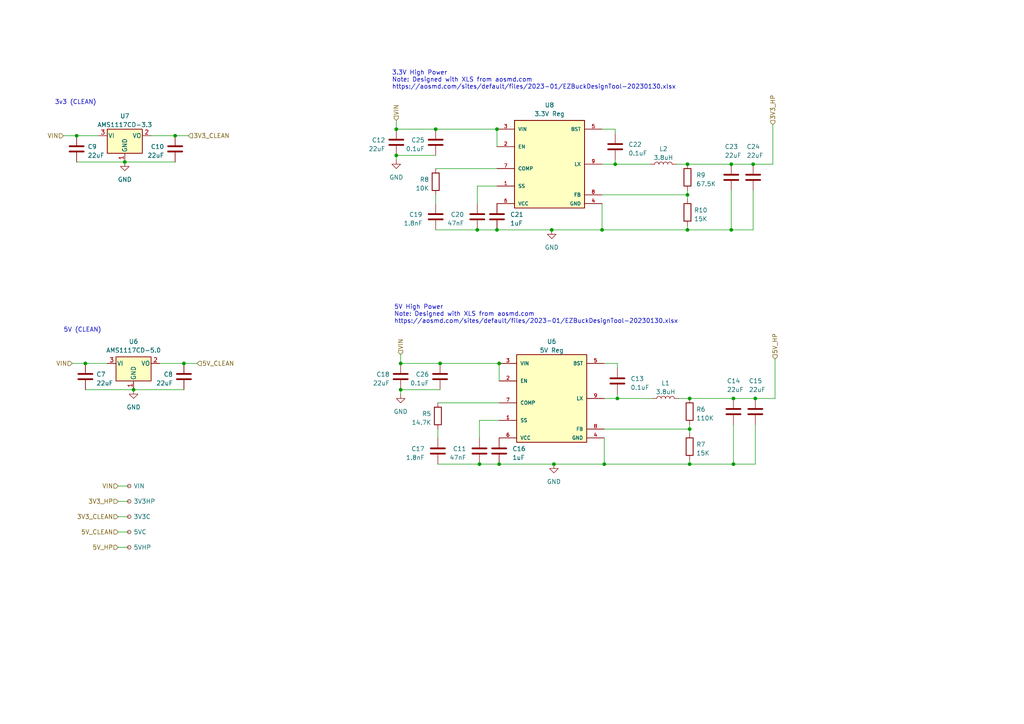
<source format=kicad_sch>
(kicad_sch (version 20230121) (generator eeschema)
  (paper "A4")
  (lib_symbols
    (symbol "AOZ6605PI-1:AOZ6605PI-1" (pin_names (offset 1.016))
      (property "Reference" "U8" (at 0 17.145 0))
      (property "Value" "AOZ6605PI-1" (at 0 14.605 0))
      (symbol "AOZ6605PI-1_0_0"
        (rectangle (start -10.16 12.7) (end 10.16 -12.7) (stroke (width 0.254)) (fill (type background)))
        (pin input line (at -15.24 -6.35 0) (length 5.08) (name "SS") (number "1"))
        (pin input line (at -15.24 5.08 0) (length 5.08) (name "EN") (number "2"))
        (pin input line (at -15.24 10.16 0) (length 5.08) (name "VIN") (number "3"))
        (pin power_in line (at 15.24 -11.43 180) (length 5.08) (name "GND") (number "4"))
        (pin passive line (at 15.24 10.16 180) (length 5.08) (name "BST") (number "5"))
        (pin output line (at -15.24 -11.43 0) (length 5.08) (name "VCC") (number "6"))
        (pin output line (at -15.24 -1.27 0) (length 5.08) (name "COMP") (number "7"))
        (pin input line (at 15.24 -8.89 180) (length 5.08) (name "FB") (number "8"))
        (pin passive line (at 15.24 0 180) (length 5.08) (name "LX") (number "9"))
      )
    )
    (symbol "Connector:TestPoint_Small" (pin_numbers hide) (pin_names (offset 0.762) hide)
      (property "Reference" "TP" (at 0 3.81 0))
      (property "Value" "TestPoint_Small" (at 0 2.032 0))
      (symbol "TestPoint_Small_0_1"
        (circle (center 0 0) (radius 0.508))
      )
      (symbol "TestPoint_Small_1_1"
        (pin passive line (at 0 0 90) (length 0) (name "1") (number "1"))
      )
    )
    (symbol "Device:C" (pin_numbers hide) (pin_names (offset 0.254))
      (property "Reference" "C" (at 0.635 2.54 0))
      (property "Value" "C" (at 0.635 -2.54 0))
      (symbol "C_0_1"
        (polyline (pts (xy -2.032 -0.762) (xy 2.032 -0.762)) (stroke (width 0.508)))
        (polyline (pts (xy -2.032 0.762) (xy 2.032 0.762)) (stroke (width 0.508)))
      )
      (symbol "C_1_1"
        (pin passive line (at 0 3.81 270) (length 2.794) (name "~") (number "1"))
        (pin passive line (at 0 -3.81 90) (length 2.794) (name "~") (number "2"))
      )
    )
    (symbol "Device:L" (pin_numbers hide) (pin_names (offset 1.016) hide)
      (property "Reference" "L" (at -1.27 0 90))
      (property "Value" "L" (at 1.905 0 90))
      (symbol "L_0_1"
        (arc (start 0 -2.54) (mid 0.6323 -1.905) (end 0 -1.27))
        (arc (start 0 -1.27) (mid 0.6323 -0.635) (end 0 0))
        (arc (start 0 0) (mid 0.6323 0.635) (end 0 1.27))
        (arc (start 0 1.27) (mid 0.6323 1.905) (end 0 2.54))
      )
      (symbol "L_1_1"
        (pin passive line (at 0 3.81 270) (length 1.27) (name "1") (number "1"))
        (pin passive line (at 0 -3.81 90) (length 1.27) (name "2") (number "2"))
      )
    )
    (symbol "Device:R" (pin_numbers hide) (pin_names (offset 0))
      (property "Reference" "R" (at 2.032 0 90))
      (property "Value" "R" (at 0 0 90))
      (symbol "R_0_1"
        (rectangle (start -1.016 -2.54) (end 1.016 2.54) (stroke (width 0.254)))
      )
      (symbol "R_1_1"
        (pin passive line (at 0 3.81 270) (length 1.27) (name "~") (number "1"))
        (pin passive line (at 0 -3.81 90) (length 1.27) (name "~") (number "2"))
      )
    )
    (symbol "Regulator_Linear:AMS1117CD-3.3" (pin_names (offset 0.254))
      (property "Reference" "U" (at -3.81 3.175 0))
      (property "Value" "AMS1117CD-3.3" (at 0 3.175 0))
      (symbol "AMS1117CD-3.3_0_1"
        (rectangle (start -5.08 -5.08) (end 5.08 1.905) (stroke (width 0.254)) (fill (type background)))
      )
      (symbol "AMS1117CD-3.3_1_1"
        (pin power_in line (at 0 -7.62 90) (length 2.54) (name "GND") (number "1"))
        (pin power_out line (at 7.62 0 180) (length 2.54) (name "VO") (number "2"))
        (pin power_in line (at -7.62 0 0) (length 2.54) (name "VI") (number "3"))
      )
    )
    (symbol "Regulator_Linear:AMS1117CD-5.0" (pin_names (offset 0.254))
      (property "Reference" "U" (at -3.81 3.175 0))
      (property "Value" "AMS1117CD-5.0" (at 0 3.175 0))
      (symbol "AMS1117CD-5.0_0_1"
        (rectangle (start -5.08 -5.08) (end 5.08 1.905) (stroke (width 0.254)) (fill (type background)))
      )
      (symbol "AMS1117CD-5.0_1_1"
        (pin power_in line (at 0 -7.62 90) (length 2.54) (name "GND") (number "1"))
        (pin power_out line (at 7.62 0 180) (length 2.54) (name "VO") (number "2"))
        (pin power_in line (at -7.62 0 0) (length 2.54) (name "VI") (number "3"))
      )
    )
    (symbol "power:GND" (power) (pin_names (offset 0))
      (property "Value" "GND" (at 0 -3.81 0))
      (symbol "GND_0_1"
        (polyline (pts (xy 0 0) (xy 0 -1.27) (xy 1.27 -1.27) (xy 0 -2.54) (xy -1.27 -1.27) (xy 0 -1.27)))
      )
      (symbol "GND_1_1"
        (pin power_in line (at 0 0 270) (length 0) hide (name "GND") (number "1"))
      )
    )
  )
  (junction (at 160.02 66.675))
  (junction (at 144.78 105.41))
  (junction (at 199.39 47.625))
  (junction (at 200.025 134.62))
  (junction (at 114.935 45.085))
  (junction (at 212.09 66.675))
  (junction (at 114.935 37.465))
  (junction (at 199.39 66.675))
  (junction (at 199.39 56.515))
  (junction (at 212.09 47.625))
  (junction (at 22.225 39.37))
  (junction (at 138.43 66.675))
  (junction (at 174.625 66.675))
  (junction (at 218.44 47.625))
  (junction (at 160.655 134.62))
  (junction (at 116.205 105.41))
  (junction (at 219.075 115.57))
  (junction (at 53.34 105.41))
  (junction (at 200.025 115.57))
  (junction (at 144.145 66.675))
  (junction (at 200.025 124.46))
  (junction (at 144.78 134.62))
  (junction (at 212.725 134.62))
  (junction (at 127.635 105.41))
  (junction (at 212.725 115.57))
  (junction (at 144.145 37.465))
  (junction (at 36.195 46.99))
  (junction (at 24.765 105.41))
  (junction (at 126.365 37.465))
  (junction (at 178.435 47.625))
  (junction (at 175.26 134.62))
  (junction (at 50.8 39.37))
  (junction (at 38.735 113.03))
  (junction (at 179.07 115.57))
  (junction (at 116.205 113.03))
  (junction (at 139.065 134.62))
  (wire (pts (xy 144.78 105.41) (xy 144.78 110.49)))
  (wire (pts (xy 199.39 47.625) (xy 212.09 47.625)))
  (wire (pts (xy 116.205 105.41) (xy 127.635 105.41)))
  (wire (pts (xy 126.365 66.675) (xy 138.43 66.675)))
  (wire (pts (xy 174.625 66.675) (xy 160.02 66.675)))
  (wire (pts (xy 144.78 116.84) (xy 127 116.84)))
  (wire (pts (xy 219.075 123.19) (xy 219.075 134.62)))
  (wire (pts (xy 175.26 124.46) (xy 200.025 124.46)))
  (wire (pts (xy 127 127) (xy 127 124.46)))
  (wire (pts (xy 175.26 115.57) (xy 179.07 115.57)))
  (wire (pts (xy 46.355 105.41) (xy 53.34 105.41)))
  (wire (pts (xy 219.075 134.62) (xy 212.725 134.62)))
  (wire (pts (xy 138.43 66.675) (xy 144.145 66.675)))
  (wire (pts (xy 200.025 125.73) (xy 200.025 124.46)))
  (wire (pts (xy 50.8 39.37) (xy 54.61 39.37)))
  (wire (pts (xy 139.065 121.92) (xy 144.78 121.92)))
  (wire (pts (xy 212.09 55.245) (xy 212.09 66.675)))
  (wire (pts (xy 174.625 37.465) (xy 178.435 37.465)))
  (wire (pts (xy 34.29 140.97) (xy 37.465 140.97)))
  (wire (pts (xy 196.215 47.625) (xy 199.39 47.625)))
  (wire (pts (xy 174.625 56.515) (xy 199.39 56.515)))
  (wire (pts (xy 179.07 105.41) (xy 179.07 106.68)))
  (wire (pts (xy 114.935 37.465) (xy 126.365 37.465)))
  (wire (pts (xy 34.29 154.305) (xy 37.465 154.305)))
  (wire (pts (xy 36.195 46.99) (xy 50.8 46.99)))
  (wire (pts (xy 116.205 114.3) (xy 116.205 113.03)))
  (wire (pts (xy 138.43 59.055) (xy 138.43 53.975)))
  (wire (pts (xy 196.85 115.57) (xy 200.025 115.57)))
  (wire (pts (xy 126.365 37.465) (xy 144.145 37.465)))
  (wire (pts (xy 127 134.62) (xy 139.065 134.62)))
  (wire (pts (xy 218.44 55.245) (xy 218.44 66.675)))
  (wire (pts (xy 174.625 47.625) (xy 178.435 47.625)))
  (wire (pts (xy 34.29 145.415) (xy 37.465 145.415)))
  (wire (pts (xy 114.935 46.355) (xy 114.935 45.085)))
  (wire (pts (xy 199.39 66.675) (xy 174.625 66.675)))
  (wire (pts (xy 175.26 134.62) (xy 160.655 134.62)))
  (wire (pts (xy 218.44 47.625) (xy 224.155 47.625)))
  (wire (pts (xy 218.44 66.675) (xy 212.09 66.675)))
  (wire (pts (xy 138.43 53.975) (xy 144.145 53.975)))
  (wire (pts (xy 22.225 39.37) (xy 28.575 39.37)))
  (wire (pts (xy 18.415 39.37) (xy 22.225 39.37)))
  (wire (pts (xy 212.09 47.625) (xy 218.44 47.625)))
  (wire (pts (xy 116.205 113.03) (xy 127.635 113.03)))
  (wire (pts (xy 199.39 57.785) (xy 199.39 56.515)))
  (wire (pts (xy 199.39 56.515) (xy 199.39 55.245)))
  (wire (pts (xy 24.765 105.41) (xy 31.115 105.41)))
  (wire (pts (xy 114.935 45.085) (xy 126.365 45.085)))
  (wire (pts (xy 144.145 37.465) (xy 144.145 42.545)))
  (wire (pts (xy 160.655 134.62) (xy 144.78 134.62)))
  (wire (pts (xy 114.935 34.925) (xy 114.935 37.465)))
  (wire (pts (xy 200.025 134.62) (xy 175.26 134.62)))
  (wire (pts (xy 200.025 134.62) (xy 212.725 134.62)))
  (wire (pts (xy 22.225 46.99) (xy 36.195 46.99)))
  (wire (pts (xy 179.07 114.3) (xy 179.07 115.57)))
  (wire (pts (xy 200.025 115.57) (xy 212.725 115.57)))
  (wire (pts (xy 160.02 66.675) (xy 144.145 66.675)))
  (wire (pts (xy 179.07 115.57) (xy 189.23 115.57)))
  (wire (pts (xy 224.79 104.14) (xy 224.79 115.57)))
  (wire (pts (xy 199.39 65.405) (xy 199.39 66.675)))
  (wire (pts (xy 224.155 36.195) (xy 224.155 47.625)))
  (wire (pts (xy 178.435 37.465) (xy 178.435 38.735)))
  (wire (pts (xy 212.725 123.19) (xy 212.725 134.62)))
  (wire (pts (xy 38.735 113.03) (xy 53.34 113.03)))
  (wire (pts (xy 139.065 134.62) (xy 144.78 134.62)))
  (wire (pts (xy 144.145 48.895) (xy 126.365 48.895)))
  (wire (pts (xy 127.635 105.41) (xy 144.78 105.41)))
  (wire (pts (xy 116.205 102.87) (xy 116.205 105.41)))
  (wire (pts (xy 139.065 127) (xy 139.065 121.92)))
  (wire (pts (xy 34.29 149.86) (xy 37.465 149.86)))
  (wire (pts (xy 20.955 105.41) (xy 24.765 105.41)))
  (wire (pts (xy 178.435 46.355) (xy 178.435 47.625)))
  (wire (pts (xy 175.26 127) (xy 175.26 134.62)))
  (wire (pts (xy 219.075 115.57) (xy 224.79 115.57)))
  (wire (pts (xy 200.025 124.46) (xy 200.025 123.19)))
  (wire (pts (xy 53.34 105.41) (xy 57.15 105.41)))
  (wire (pts (xy 126.365 59.055) (xy 126.365 56.515)))
  (wire (pts (xy 200.025 133.35) (xy 200.025 134.62)))
  (wire (pts (xy 175.26 105.41) (xy 179.07 105.41)))
  (wire (pts (xy 178.435 47.625) (xy 188.595 47.625)))
  (wire (pts (xy 24.765 113.03) (xy 38.735 113.03)))
  (wire (pts (xy 43.815 39.37) (xy 50.8 39.37)))
  (wire (pts (xy 212.725 115.57) (xy 219.075 115.57)))
  (wire (pts (xy 34.29 158.75) (xy 37.465 158.75)))
  (wire (pts (xy 199.39 66.675) (xy 212.09 66.675)))
  (wire (pts (xy 174.625 59.055) (xy 174.625 66.675)))
  (text "3v3 (CLEAN)" (at 15.875 30.48 0) (effects (font (size 1.27 1.27)) (justify left bottom)))
  (text "5V (CLEAN)" (at 18.415 96.52 0) (effects (font (size 1.27 1.27)) (justify left bottom)))
  (text "3.3V High Power\nNote: Designed with XLS from aosmd.com\nhttps://aosmd.com/sites/default/files/2023-01/EZBuckDesignTool-20230130.xlsx" (at 113.665 26.035 0) (effects (font (size 1.27 1.27)) (justify left bottom)))
  (text "5V High Power\nNote: Designed with XLS from aosmd.com\nhttps://aosmd.com/sites/default/files/2023-01/EZBuckDesignTool-20230130.xlsx" (at 114.3 93.98 0) (effects (font (size 1.27 1.27)) (justify left bottom)))
  (hierarchical_label "VIN" (shape input) (at 18.415 39.37 180))
  (hierarchical_label "3V3_CLEAN" (shape input) (at 34.29 149.86 180))
  (hierarchical_label "VIN" (shape input) (at 116.205 102.87 90))
  (hierarchical_label "VIN" (shape input) (at 34.29 140.97 180))
  (hierarchical_label "VIN" (shape input) (at 20.955 105.41 180))
  (hierarchical_label "5V_CLEAN" (shape input) (at 57.15 105.41 0))
  (hierarchical_label "3V3_CLEAN" (shape input) (at 54.61 39.37 0))
  (hierarchical_label "VIN" (shape input) (at 114.935 34.925 90))
  (hierarchical_label "5V_HP" (shape input) (at 34.29 158.75 180))
  (hierarchical_label "5V_HP" (shape input) (at 224.79 104.14 90))
  (hierarchical_label "5V_CLEAN" (shape input) (at 34.29 154.305 180))
  (hierarchical_label "3V3_HP" (shape input) (at 224.155 36.195 90))
  (hierarchical_label "3V3_HP" (shape input) (at 34.29 145.415 180))
  (symbol (lib_id "Device:C") (at 126.365 62.865 0) (mirror y) (unit 1)
    (property "Reference" "C19" (at 122.555 62.23 0) (effects (justify left)))
    (property "Value" "1.8nF" (at 122.555 64.77 0) (effects (justify left)))
    (property "Footprint" "Capacitor_SMD:C_0603_1608Metric" (effects hide))
    (property "Datasheet" "https://www.digikey.com/en/products/detail/kyocera-avx/06035C182JAT2A/1600085" (effects hide))
    (property "DPN" "478-12721-1-ND" (effects hide))
  )
  (symbol (lib_id "Device:C") (at 126.365 41.275 0) (mirror y) (unit 1)
    (property "Reference" "C25" (at 123.19 40.64 0) (effects (justify left)))
    (property "Value" "0.1uF" (at 123.19 43.18 0) (effects (justify left)))
    (property "Footprint" "Capacitor_SMD:C_0603_1608Metric" (effects hide))
  )
  (symbol (lib_id "Regulator_Linear:AMS1117CD-3.3") (at 36.195 39.37 0) (unit 1)
    (property "Reference" "U7" (at 36.195 33.655 0))
    (property "Value" "AMS1117CD-3.3" (at 36.195 36.195 0))
    (property "Footprint" "Package_TO_SOT_SMD:TO-252-3_TabPin2" (effects hide))
    (property "Datasheet" "http://www.advanced-monolithic.com/pdf/ds1117.pdf" (effects hide))
    (property "DPN" "4518-AMS1117CD-3.3CT-ND" (effects hide))
    (instances (project "backplane-concept" (path "" (reference "U7") (unit 1)) (path "" (reference "U9") (unit 1))))
  )
  (symbol (lib_id "Device:C") (at 178.435 42.545 0) (unit 1)
    (property "Reference" "C22" (at 182.245 41.91 0) (effects (justify left)))
    (property "Value" "0.1uF" (at 182.245 44.45 0) (effects (justify left)))
    (property "Footprint" "Capacitor_SMD:C_0603_1608Metric" (effects hide))
  )
  (symbol (lib_id "Connector:TestPoint_Small") (at 37.465 145.415 0) (unit 1)
    (property "Reference" "TP1" (effects hide))
    (property "Value" "3V3HP" (at 38.735 145.415 0) (effects (justify left)))
    (property "Footprint" "!footprints:TestPoint_Pad_D1.0mm" (effects hide))
    (instances (project "backplane-concept" (path "" (reference "TP1") (unit 1)) (path "" (reference "TP9") (unit 1))))
  )
  (symbol (lib_id "power:GND") (at 116.205 114.3 0) (unit 1)
    (property "Reference" "#PWR049" (effects hide))
    (property "Value" "GND" (at 116.205 119.38 0))
  )
  (symbol (lib_id "Device:C") (at 144.78 130.81 0) (unit 1)
    (property "Reference" "C16" (at 148.59 130.175 0) (effects (justify left)))
    (property "Value" "1uF" (at 148.59 132.715 0) (effects (justify left)))
    (property "Footprint" "Capacitor_SMD:C_0603_1608Metric" (effects hide))
  )
  (symbol (lib_id "Device:C") (at 114.935 41.275 0) (mirror y) (unit 1)
    (property "Reference" "C12" (at 111.76 40.64 0) (effects (justify left)))
    (property "Value" "22uF" (at 111.76 43.18 0) (effects (justify left)))
    (property "Footprint" "Capacitor_SMD:C_1210_3225Metric" (effects hide))
    (property "DPN" "1276-3395-1-ND" (effects hide))
  )
  (symbol (lib_id "Device:C") (at 139.065 130.81 0) (mirror y) (unit 1)
    (property "Reference" "C11" (at 135.255 130.175 0) (effects (justify left)))
    (property "Value" "47nF" (at 135.255 132.715 0) (effects (justify left)))
    (property "Footprint" "Capacitor_SMD:C_0603_1608Metric" (effects hide))
    (property "Datasheet" "https://datasheets.kyocera-avx.com/X7RDielectric.pdf" (effects hide))
    (property "DPN" "478-1235-1-ND" (effects hide))
  )
  (symbol (lib_id "Device:R") (at 199.39 61.595 0) (unit 1)
    (property "Reference" "R10" (at 201.295 60.96 0) (effects (justify left)))
    (property "Value" "15K" (at 201.295 63.5 0) (effects (justify left)))
    (property "Footprint" "Resistor_SMD:R_0603_1608Metric" (effects hide))
  )
  (symbol (lib_id "Device:C") (at 116.205 109.22 0) (mirror y) (unit 1)
    (property "Reference" "C18" (at 113.03 108.585 0) (effects (justify left)))
    (property "Value" "22uF" (at 113.03 111.125 0) (effects (justify left)))
    (property "Footprint" "Capacitor_SMD:C_1210_3225Metric" (effects hide))
    (property "DPN" "1276-3395-1-ND" (effects hide))
  )
  (symbol (lib_id "Device:C") (at 22.225 43.18 0) (unit 1)
    (property "Reference" "C9" (at 25.4 42.545 0) (effects (justify left)))
    (property "Value" "22uF" (at 25.4 45.085 0) (effects (justify left)))
    (property "Footprint" "Capacitor_SMD:C_1210_3225Metric" (effects hide))
    (property "DPN" "1276-3395-1-ND" (effects hide))
  )
  (symbol (lib_id "Device:C") (at 144.145 62.865 0) (unit 1)
    (property "Reference" "C21" (at 147.955 62.23 0) (effects (justify left)))
    (property "Value" "1uF" (at 147.955 64.77 0) (effects (justify left)))
    (property "Footprint" "Capacitor_SMD:C_0603_1608Metric" (effects hide))
  )
  (symbol (lib_id "power:GND") (at 36.195 46.99 0) (unit 1)
    (property "Reference" "#PWR047" (effects hide))
    (property "Value" "GND" (at 36.195 52.07 0))
  )
  (symbol (lib_id "Device:C") (at 212.725 119.38 0) (unit 1)
    (property "Reference" "C14" (at 210.82 110.49 0) (effects (justify left)))
    (property "Value" "22uF" (at 210.82 113.03 0) (effects (justify left)))
    (property "Footprint" "Capacitor_SMD:C_1210_3225Metric" (effects hide))
    (property "DPN" "1276-3395-1-ND" (effects hide))
  )
  (symbol (lib_id "power:GND") (at 114.935 46.355 0) (unit 1)
    (property "Reference" "#PWR051" (effects hide))
    (property "Value" "GND" (at 114.935 51.435 0))
  )
  (symbol (lib_id "Device:C") (at 138.43 62.865 0) (mirror y) (unit 1)
    (property "Reference" "C20" (at 134.62 62.23 0) (effects (justify left)))
    (property "Value" "47nF" (at 134.62 64.77 0) (effects (justify left)))
    (property "Footprint" "Capacitor_SMD:C_0603_1608Metric" (effects hide))
    (property "Datasheet" "https://datasheets.kyocera-avx.com/X7RDielectric.pdf" (effects hide))
    (property "DPN" "478-1235-1-ND" (effects hide))
  )
  (symbol (lib_id "Device:C") (at 24.765 109.22 0) (unit 1)
    (property "Reference" "C7" (at 27.94 108.585 0) (effects (justify left)))
    (property "Value" "22uF" (at 27.94 111.125 0) (effects (justify left)))
    (property "Footprint" "Capacitor_SMD:C_1210_3225Metric" (effects hide))
    (property "DPN" "1276-3395-1-ND" (effects hide))
  )
  (symbol (lib_id "Device:C") (at 53.34 109.22 0) (mirror y) (unit 1)
    (property "Reference" "C8" (at 50.165 108.585 0) (effects (justify left)))
    (property "Value" "22uF" (at 50.165 111.125 0) (effects (justify left)))
    (property "Footprint" "Capacitor_SMD:C_1210_3225Metric" (effects hide))
    (property "DPN" "1276-3395-1-ND" (effects hide))
  )
  (symbol (lib_id "Connector:TestPoint_Small") (at 37.465 149.86 0) (unit 1)
    (property "Reference" "TP1" (effects hide))
    (property "Value" "3V3C" (at 38.735 149.86 0) (effects (justify left)))
    (property "Footprint" "!footprints:TestPoint_Pad_D1.0mm" (effects hide))
    (instances (project "backplane-concept" (path "" (reference "TP1") (unit 1)) (path "" (reference "TP8") (unit 1))))
  )
  (symbol (lib_id "Connector:TestPoint_Small") (at 37.465 140.97 0) (unit 1)
    (property "Reference" "TP1" (effects hide))
    (property "Value" "VIN" (at 38.735 140.97 0) (effects (justify left)))
    (property "Footprint" "!footprints:TestPoint_Pad_D1.0mm" (effects hide))
    (instances (project "backplane-concept" (path "" (reference "TP1") (unit 1)) (path "" (reference "TP11") (unit 1))))
  )
  (symbol (lib_id "AOZ6605PI-1:AOZ6605PI-1") (at 159.385 47.625 0) (unit 1)
    (property "Reference" "U8" (at 159.385 30.48 0))
    (property "Value" "3.3V Reg" (at 159.385 33.02 0))
    (property "Footprint" "!footprints:AOZ6605PI-1" (effects hide))
    (property "Datasheet" "https://aosmd.com/res/data_sheets/AOZ6605PI-1.pdf" (effects hide))
    (property "DPN" "785-1853-1-ND" (effects hide))
    (property "PARTREV" "1.1" (effects hide))
    (property "MANUFACTURER" "Alpha and Omega Semiconductor" (effects hide))
    (property "MAXIMUM_PACKAGE_HEIGHT" "1.7mm" (effects hide))
    (property "STANDARD" "IPC 7351B" (effects hide))
  )
  (symbol (lib_id "Device:R") (at 199.39 51.435 0) (unit 1)
    (property "Reference" "R9" (at 201.93 50.8 0) (effects (justify left)))
    (property "Value" "67.5K" (at 201.93 53.34 0) (effects (justify left)))
    (property "Footprint" "Resistor_SMD:R_0603_1608Metric" (effects hide))
  )
  (symbol (lib_id "Device:R") (at 126.365 52.705 0) (mirror y) (unit 1)
    (property "Reference" "R8" (at 124.46 52.07 0) (effects (justify left)))
    (property "Value" "10K" (at 124.46 54.61 0) (effects (justify left)))
    (property "Footprint" "Resistor_SMD:R_0603_1608Metric" (effects hide))
    (property "Datasheet" "https://www.digikey.com/en/products/detail/yageo/RC0603FR-0714K7L/726945" (effects hide))
    (property "DPN" "311-14.7KHRCT-ND" (effects hide))
  )
  (symbol (lib_id "AOZ6605PI-1:AOZ6605PI-1") (at 160.02 115.57 0) (unit 1)
    (property "Reference" "U6" (at 160.02 99.06 0))
    (property "Value" "5V Reg" (at 160.02 101.6 0))
    (property "Footprint" "!footprints:AOZ6605PI-1" (effects hide))
    (property "Datasheet" "https://aosmd.com/res/data_sheets/AOZ6605PI-1.pdf" (effects hide))
    (property "DPN" "785-1853-1-ND" (effects hide))
    (property "PARTREV" "1.1" (effects hide))
    (property "MANUFACTURER" "Alpha and Omega Semiconductor" (effects hide))
    (property "MAXIMUM_PACKAGE_HEIGHT" "1.7mm" (effects hide))
    (property "STANDARD" "IPC 7351B" (effects hide))
  )
  (symbol (lib_id "Device:C") (at 127 130.81 0) (mirror y) (unit 1)
    (property "Reference" "C17" (at 123.19 130.175 0) (effects (justify left)))
    (property "Value" "1.8nF" (at 123.19 132.715 0) (effects (justify left)))
    (property "Footprint" "Capacitor_SMD:C_0603_1608Metric" (effects hide))
    (property "Datasheet" "https://www.digikey.com/en/products/detail/kyocera-avx/06035C182JAT2A/1600085" (effects hide))
    (property "DPN" "478-12721-1-ND" (effects hide))
  )
  (symbol (lib_id "Device:C") (at 219.075 119.38 0) (unit 1)
    (property "Reference" "C15" (at 217.17 110.49 0) (effects (justify left)))
    (property "Value" "22uF" (at 217.17 113.03 0) (effects (justify left)))
    (property "Footprint" "Capacitor_SMD:C_1210_3225Metric" (effects hide))
    (property "DPN" "1276-3395-1-ND" (effects hide))
  )
  (symbol (lib_id "Device:R") (at 200.025 129.54 0) (unit 1)
    (property "Reference" "R7" (at 201.93 128.905 0) (effects (justify left)))
    (property "Value" "15K" (at 201.93 131.445 0) (effects (justify left)))
    (property "Footprint" "Resistor_SMD:R_0603_1608Metric" (effects hide))
  )
  (symbol (lib_id "Device:C") (at 179.07 110.49 0) (unit 1)
    (property "Reference" "C13" (at 182.88 109.855 0) (effects (justify left)))
    (property "Value" "0.1uF" (at 182.88 112.395 0) (effects (justify left)))
    (property "Footprint" "Capacitor_SMD:C_0603_1608Metric" (effects hide))
  )
  (symbol (lib_id "power:GND") (at 38.735 113.03 0) (unit 1)
    (property "Reference" "#PWR045" (effects hide))
    (property "Value" "GND" (at 38.735 118.11 0))
  )
  (symbol (lib_id "Device:R") (at 127 120.65 0) (mirror y) (unit 1)
    (property "Reference" "R5" (at 125.095 120.015 0) (effects (justify left)))
    (property "Value" "14.7K" (at 125.095 122.555 0) (effects (justify left)))
    (property "Footprint" "Resistor_SMD:R_0603_1608Metric" (effects hide))
    (property "Datasheet" "https://www.digikey.com/en/products/detail/yageo/RC0603FR-0714K7L/726945" (effects hide))
    (property "DPN" "311-14.7KHRCT-ND" (effects hide))
  )
  (symbol (lib_id "Regulator_Linear:AMS1117CD-5.0") (at 38.735 105.41 0) (unit 1)
    (property "Reference" "U6" (at 38.735 99.06 0))
    (property "Value" "AMS1117CD-5.0" (at 38.735 101.6 0))
    (property "Footprint" "Package_TO_SOT_SMD:TO-252-3_TabPin2" (effects hide))
    (property "Datasheet" "http://www.advanced-monolithic.com/pdf/ds1117.pdf" (effects hide))
    (property "DPN" "4518-AMS1117CD-5.0CT-ND" (effects hide))
    (instances (project "backplane-concept" (path "" (reference "U6") (unit 1)) (path "" (reference "U7") (unit 1))))
  )
  (symbol (lib_id "Device:R") (at 200.025 119.38 0) (unit 1)
    (property "Reference" "R6" (at 201.93 118.745 0) (effects (justify left)))
    (property "Value" "110K" (at 201.93 121.285 0) (effects (justify left)))
    (property "Footprint" "Resistor_SMD:R_0603_1608Metric" (effects hide))
  )
  (symbol (lib_id "Device:C") (at 218.44 51.435 0) (unit 1)
    (property "Reference" "C24" (at 216.535 42.545 0) (effects (justify left)))
    (property "Value" "22uF" (at 216.535 45.085 0) (effects (justify left)))
    (property "Footprint" "Capacitor_SMD:C_1210_3225Metric" (effects hide))
    (property "DPN" "1276-3395-1-ND" (effects hide))
  )
  (symbol (lib_id "Connector:TestPoint_Small") (at 37.465 154.305 0) (unit 1)
    (property "Reference" "TP1" (effects hide))
    (property "Value" "5VC" (at 38.735 154.305 0) (effects (justify left)))
    (property "Footprint" "!footprints:TestPoint_Pad_D1.0mm" (effects hide))
    (instances (project "backplane-concept" (path "" (reference "TP1") (unit 1)) (path "" (reference "TP7") (unit 1))))
  )
  (symbol (lib_id "Device:C") (at 127.635 109.22 0) (mirror y) (unit 1)
    (property "Reference" "C26" (at 124.46 108.585 0) (effects (justify left)))
    (property "Value" "0.1uF" (at 124.46 111.125 0) (effects (justify left)))
    (property "Footprint" "Capacitor_SMD:C_0603_1608Metric" (effects hide))
  )
  (symbol (lib_id "power:GND") (at 160.655 134.62 0) (unit 1)
    (property "Reference" "#PWR042" (effects hide))
    (property "Value" "GND" (at 160.655 139.7 0))
  )
  (symbol (lib_id "Device:L") (at 192.405 47.625 90) (unit 1)
    (property "Reference" "L2" (at 192.405 43.18 90))
    (property "Value" "3.8uH" (at 192.405 45.72 90))
    (property "Footprint" "Inductor_SMD:L_Taiyo-Yuden_NR-10050_9.8x10.0mm_HandSoldering" (effects hide))
    (property "Datasheet" "https://media.digikey.com/pdf/Data%20Sheets/Taiyo%20Yuden%20PDFs%20URL%20links/NR10050T3R8N_SS.pdf" (effects hide))
    (property "DPN" "587-1695-1-ND" (effects hide))
  )
  (symbol (lib_id "Connector:TestPoint_Small") (at 37.465 158.75 0) (unit 1)
    (property "Reference" "TP1" (effects hide))
    (property "Value" "5VHP" (at 38.735 158.75 0) (effects (justify left)))
    (property "Footprint" "!footprints:TestPoint_Pad_D1.0mm" (effects hide))
    (instances (project "backplane-concept" (path "" (reference "TP1") (unit 1)) (path "" (reference "TP10") (unit 1))))
  )
  (symbol (lib_id "Device:C") (at 50.8 43.18 0) (mirror y) (unit 1)
    (property "Reference" "C10" (at 47.625 42.545 0) (effects (justify left)))
    (property "Value" "22uF" (at 47.625 45.085 0) (effects (justify left)))
    (property "Footprint" "Capacitor_SMD:C_1210_3225Metric" (effects hide))
    (property "DPN" "1276-3395-1-ND" (effects hide))
  )
  (symbol (lib_id "Device:L") (at 193.04 115.57 90) (unit 1)
    (property "Reference" "L1" (at 193.04 111.125 90))
    (property "Value" "3.8uH" (at 193.04 113.665 90))
    (property "Footprint" "Inductor_SMD:L_Taiyo-Yuden_NR-10050_9.8x10.0mm_HandSoldering" (effects hide))
    (property "Datasheet" "https://media.digikey.com/pdf/Data%20Sheets/Taiyo%20Yuden%20PDFs%20URL%20links/NR10050T3R8N_SS.pdf" (effects hide))
    (property "DPN" "587-1695-1-ND" (effects hide))
  )
  (symbol (lib_id "Device:C") (at 212.09 51.435 0) (unit 1)
    (property "Reference" "C23" (at 210.185 42.545 0) (effects (justify left)))
    (property "Value" "22uF" (at 210.185 45.085 0) (effects (justify left)))
    (property "Footprint" "Capacitor_SMD:C_1210_3225Metric" (effects hide))
    (property "DPN" "1276-3395-1-ND" (effects hide))
  )
  (symbol (lib_id "power:GND") (at 160.02 66.675 0) (unit 1)
    (property "Reference" "#PWR052" (effects hide))
    (property "Value" "GND" (at 160.02 71.755 0))
  )
)
</source>
